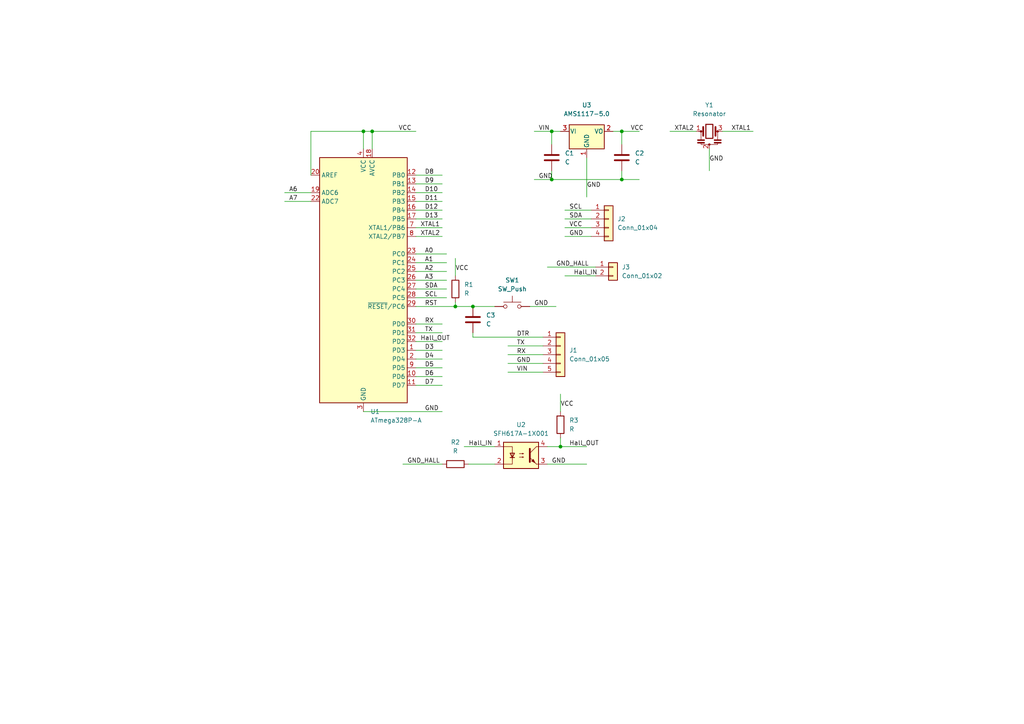
<source format=kicad_sch>
(kicad_sch (version 20211123) (generator eeschema)

  (uuid 13266e44-53a5-4938-9001-6f42cdbada64)

  (paper "A4")

  (lib_symbols
    (symbol "Connector_Generic:Conn_01x02" (pin_names (offset 1.016) hide) (in_bom yes) (on_board yes)
      (property "Reference" "J" (id 0) (at 0 2.54 0)
        (effects (font (size 1.27 1.27)))
      )
      (property "Value" "Conn_01x02" (id 1) (at 0 -5.08 0)
        (effects (font (size 1.27 1.27)))
      )
      (property "Footprint" "" (id 2) (at 0 0 0)
        (effects (font (size 1.27 1.27)) hide)
      )
      (property "Datasheet" "~" (id 3) (at 0 0 0)
        (effects (font (size 1.27 1.27)) hide)
      )
      (property "ki_keywords" "connector" (id 4) (at 0 0 0)
        (effects (font (size 1.27 1.27)) hide)
      )
      (property "ki_description" "Generic connector, single row, 01x02, script generated (kicad-library-utils/schlib/autogen/connector/)" (id 5) (at 0 0 0)
        (effects (font (size 1.27 1.27)) hide)
      )
      (property "ki_fp_filters" "Connector*:*_1x??_*" (id 6) (at 0 0 0)
        (effects (font (size 1.27 1.27)) hide)
      )
      (symbol "Conn_01x02_1_1"
        (rectangle (start -1.27 -2.413) (end 0 -2.667)
          (stroke (width 0.1524) (type default) (color 0 0 0 0))
          (fill (type none))
        )
        (rectangle (start -1.27 0.127) (end 0 -0.127)
          (stroke (width 0.1524) (type default) (color 0 0 0 0))
          (fill (type none))
        )
        (rectangle (start -1.27 1.27) (end 1.27 -3.81)
          (stroke (width 0.254) (type default) (color 0 0 0 0))
          (fill (type background))
        )
        (pin passive line (at -5.08 0 0) (length 3.81)
          (name "Pin_1" (effects (font (size 1.27 1.27))))
          (number "1" (effects (font (size 1.27 1.27))))
        )
        (pin passive line (at -5.08 -2.54 0) (length 3.81)
          (name "Pin_2" (effects (font (size 1.27 1.27))))
          (number "2" (effects (font (size 1.27 1.27))))
        )
      )
    )
    (symbol "Connector_Generic:Conn_01x04" (pin_names (offset 1.016) hide) (in_bom yes) (on_board yes)
      (property "Reference" "J" (id 0) (at 0 5.08 0)
        (effects (font (size 1.27 1.27)))
      )
      (property "Value" "Conn_01x04" (id 1) (at 0 -7.62 0)
        (effects (font (size 1.27 1.27)))
      )
      (property "Footprint" "" (id 2) (at 0 0 0)
        (effects (font (size 1.27 1.27)) hide)
      )
      (property "Datasheet" "~" (id 3) (at 0 0 0)
        (effects (font (size 1.27 1.27)) hide)
      )
      (property "ki_keywords" "connector" (id 4) (at 0 0 0)
        (effects (font (size 1.27 1.27)) hide)
      )
      (property "ki_description" "Generic connector, single row, 01x04, script generated (kicad-library-utils/schlib/autogen/connector/)" (id 5) (at 0 0 0)
        (effects (font (size 1.27 1.27)) hide)
      )
      (property "ki_fp_filters" "Connector*:*_1x??_*" (id 6) (at 0 0 0)
        (effects (font (size 1.27 1.27)) hide)
      )
      (symbol "Conn_01x04_1_1"
        (rectangle (start -1.27 -4.953) (end 0 -5.207)
          (stroke (width 0.1524) (type default) (color 0 0 0 0))
          (fill (type none))
        )
        (rectangle (start -1.27 -2.413) (end 0 -2.667)
          (stroke (width 0.1524) (type default) (color 0 0 0 0))
          (fill (type none))
        )
        (rectangle (start -1.27 0.127) (end 0 -0.127)
          (stroke (width 0.1524) (type default) (color 0 0 0 0))
          (fill (type none))
        )
        (rectangle (start -1.27 2.667) (end 0 2.413)
          (stroke (width 0.1524) (type default) (color 0 0 0 0))
          (fill (type none))
        )
        (rectangle (start -1.27 3.81) (end 1.27 -6.35)
          (stroke (width 0.254) (type default) (color 0 0 0 0))
          (fill (type background))
        )
        (pin passive line (at -5.08 2.54 0) (length 3.81)
          (name "Pin_1" (effects (font (size 1.27 1.27))))
          (number "1" (effects (font (size 1.27 1.27))))
        )
        (pin passive line (at -5.08 0 0) (length 3.81)
          (name "Pin_2" (effects (font (size 1.27 1.27))))
          (number "2" (effects (font (size 1.27 1.27))))
        )
        (pin passive line (at -5.08 -2.54 0) (length 3.81)
          (name "Pin_3" (effects (font (size 1.27 1.27))))
          (number "3" (effects (font (size 1.27 1.27))))
        )
        (pin passive line (at -5.08 -5.08 0) (length 3.81)
          (name "Pin_4" (effects (font (size 1.27 1.27))))
          (number "4" (effects (font (size 1.27 1.27))))
        )
      )
    )
    (symbol "Connector_Generic:Conn_01x05" (pin_names (offset 1.016) hide) (in_bom yes) (on_board yes)
      (property "Reference" "J" (id 0) (at 0 7.62 0)
        (effects (font (size 1.27 1.27)))
      )
      (property "Value" "Conn_01x05" (id 1) (at 0 -7.62 0)
        (effects (font (size 1.27 1.27)))
      )
      (property "Footprint" "" (id 2) (at 0 0 0)
        (effects (font (size 1.27 1.27)) hide)
      )
      (property "Datasheet" "~" (id 3) (at 0 0 0)
        (effects (font (size 1.27 1.27)) hide)
      )
      (property "ki_keywords" "connector" (id 4) (at 0 0 0)
        (effects (font (size 1.27 1.27)) hide)
      )
      (property "ki_description" "Generic connector, single row, 01x05, script generated (kicad-library-utils/schlib/autogen/connector/)" (id 5) (at 0 0 0)
        (effects (font (size 1.27 1.27)) hide)
      )
      (property "ki_fp_filters" "Connector*:*_1x??_*" (id 6) (at 0 0 0)
        (effects (font (size 1.27 1.27)) hide)
      )
      (symbol "Conn_01x05_1_1"
        (rectangle (start -1.27 -4.953) (end 0 -5.207)
          (stroke (width 0.1524) (type default) (color 0 0 0 0))
          (fill (type none))
        )
        (rectangle (start -1.27 -2.413) (end 0 -2.667)
          (stroke (width 0.1524) (type default) (color 0 0 0 0))
          (fill (type none))
        )
        (rectangle (start -1.27 0.127) (end 0 -0.127)
          (stroke (width 0.1524) (type default) (color 0 0 0 0))
          (fill (type none))
        )
        (rectangle (start -1.27 2.667) (end 0 2.413)
          (stroke (width 0.1524) (type default) (color 0 0 0 0))
          (fill (type none))
        )
        (rectangle (start -1.27 5.207) (end 0 4.953)
          (stroke (width 0.1524) (type default) (color 0 0 0 0))
          (fill (type none))
        )
        (rectangle (start -1.27 6.35) (end 1.27 -6.35)
          (stroke (width 0.254) (type default) (color 0 0 0 0))
          (fill (type background))
        )
        (pin passive line (at -5.08 5.08 0) (length 3.81)
          (name "Pin_1" (effects (font (size 1.27 1.27))))
          (number "1" (effects (font (size 1.27 1.27))))
        )
        (pin passive line (at -5.08 2.54 0) (length 3.81)
          (name "Pin_2" (effects (font (size 1.27 1.27))))
          (number "2" (effects (font (size 1.27 1.27))))
        )
        (pin passive line (at -5.08 0 0) (length 3.81)
          (name "Pin_3" (effects (font (size 1.27 1.27))))
          (number "3" (effects (font (size 1.27 1.27))))
        )
        (pin passive line (at -5.08 -2.54 0) (length 3.81)
          (name "Pin_4" (effects (font (size 1.27 1.27))))
          (number "4" (effects (font (size 1.27 1.27))))
        )
        (pin passive line (at -5.08 -5.08 0) (length 3.81)
          (name "Pin_5" (effects (font (size 1.27 1.27))))
          (number "5" (effects (font (size 1.27 1.27))))
        )
      )
    )
    (symbol "Device:C" (pin_numbers hide) (pin_names (offset 0.254)) (in_bom yes) (on_board yes)
      (property "Reference" "C" (id 0) (at 0.635 2.54 0)
        (effects (font (size 1.27 1.27)) (justify left))
      )
      (property "Value" "C" (id 1) (at 0.635 -2.54 0)
        (effects (font (size 1.27 1.27)) (justify left))
      )
      (property "Footprint" "" (id 2) (at 0.9652 -3.81 0)
        (effects (font (size 1.27 1.27)) hide)
      )
      (property "Datasheet" "~" (id 3) (at 0 0 0)
        (effects (font (size 1.27 1.27)) hide)
      )
      (property "ki_keywords" "cap capacitor" (id 4) (at 0 0 0)
        (effects (font (size 1.27 1.27)) hide)
      )
      (property "ki_description" "Unpolarized capacitor" (id 5) (at 0 0 0)
        (effects (font (size 1.27 1.27)) hide)
      )
      (property "ki_fp_filters" "C_*" (id 6) (at 0 0 0)
        (effects (font (size 1.27 1.27)) hide)
      )
      (symbol "C_0_1"
        (polyline
          (pts
            (xy -2.032 -0.762)
            (xy 2.032 -0.762)
          )
          (stroke (width 0.508) (type default) (color 0 0 0 0))
          (fill (type none))
        )
        (polyline
          (pts
            (xy -2.032 0.762)
            (xy 2.032 0.762)
          )
          (stroke (width 0.508) (type default) (color 0 0 0 0))
          (fill (type none))
        )
      )
      (symbol "C_1_1"
        (pin passive line (at 0 3.81 270) (length 2.794)
          (name "~" (effects (font (size 1.27 1.27))))
          (number "1" (effects (font (size 1.27 1.27))))
        )
        (pin passive line (at 0 -3.81 90) (length 2.794)
          (name "~" (effects (font (size 1.27 1.27))))
          (number "2" (effects (font (size 1.27 1.27))))
        )
      )
    )
    (symbol "Device:R" (pin_numbers hide) (pin_names (offset 0)) (in_bom yes) (on_board yes)
      (property "Reference" "R" (id 0) (at 2.032 0 90)
        (effects (font (size 1.27 1.27)))
      )
      (property "Value" "R" (id 1) (at 0 0 90)
        (effects (font (size 1.27 1.27)))
      )
      (property "Footprint" "" (id 2) (at -1.778 0 90)
        (effects (font (size 1.27 1.27)) hide)
      )
      (property "Datasheet" "~" (id 3) (at 0 0 0)
        (effects (font (size 1.27 1.27)) hide)
      )
      (property "ki_keywords" "R res resistor" (id 4) (at 0 0 0)
        (effects (font (size 1.27 1.27)) hide)
      )
      (property "ki_description" "Resistor" (id 5) (at 0 0 0)
        (effects (font (size 1.27 1.27)) hide)
      )
      (property "ki_fp_filters" "R_*" (id 6) (at 0 0 0)
        (effects (font (size 1.27 1.27)) hide)
      )
      (symbol "R_0_1"
        (rectangle (start -1.016 -2.54) (end 1.016 2.54)
          (stroke (width 0.254) (type default) (color 0 0 0 0))
          (fill (type none))
        )
      )
      (symbol "R_1_1"
        (pin passive line (at 0 3.81 270) (length 1.27)
          (name "~" (effects (font (size 1.27 1.27))))
          (number "1" (effects (font (size 1.27 1.27))))
        )
        (pin passive line (at 0 -3.81 90) (length 1.27)
          (name "~" (effects (font (size 1.27 1.27))))
          (number "2" (effects (font (size 1.27 1.27))))
        )
      )
    )
    (symbol "Device:Resonator" (pin_names (offset 1.016) hide) (in_bom yes) (on_board yes)
      (property "Reference" "Y" (id 0) (at 0 5.715 0)
        (effects (font (size 1.27 1.27)))
      )
      (property "Value" "Resonator" (id 1) (at 0 3.81 0)
        (effects (font (size 1.27 1.27)))
      )
      (property "Footprint" "" (id 2) (at -0.635 0 0)
        (effects (font (size 1.27 1.27)) hide)
      )
      (property "Datasheet" "~" (id 3) (at -0.635 0 0)
        (effects (font (size 1.27 1.27)) hide)
      )
      (property "ki_keywords" "ceramic resonator" (id 4) (at 0 0 0)
        (effects (font (size 1.27 1.27)) hide)
      )
      (property "ki_description" "Three pin ceramic resonator" (id 5) (at 0 0 0)
        (effects (font (size 1.27 1.27)) hide)
      )
      (property "ki_fp_filters" "Filter* Resonator*" (id 6) (at 0 0 0)
        (effects (font (size 1.27 1.27)) hide)
      )
      (symbol "Resonator_0_1"
        (rectangle (start -3.429 -3.175) (end -1.397 -3.429)
          (stroke (width 0) (type default) (color 0 0 0 0))
          (fill (type outline))
        )
        (rectangle (start -3.429 -2.413) (end -1.397 -2.667)
          (stroke (width 0) (type default) (color 0 0 0 0))
          (fill (type outline))
        )
        (circle (center -2.413 0) (radius 0.254)
          (stroke (width 0) (type default) (color 0 0 0 0))
          (fill (type outline))
        )
        (rectangle (start -1.016 2.032) (end 1.016 -2.032)
          (stroke (width 0.3048) (type default) (color 0 0 0 0))
          (fill (type none))
        )
        (circle (center 0 -3.81) (radius 0.254)
          (stroke (width 0) (type default) (color 0 0 0 0))
          (fill (type outline))
        )
        (polyline
          (pts
            (xy -2.413 -2.413)
            (xy -2.413 0)
          )
          (stroke (width 0) (type default) (color 0 0 0 0))
          (fill (type none))
        )
        (polyline
          (pts
            (xy -1.905 0)
            (xy -3.175 0)
          )
          (stroke (width 0) (type default) (color 0 0 0 0))
          (fill (type none))
        )
        (polyline
          (pts
            (xy -1.778 -1.27)
            (xy -1.778 1.27)
          )
          (stroke (width 0.508) (type default) (color 0 0 0 0))
          (fill (type none))
        )
        (polyline
          (pts
            (xy 1.778 -1.27)
            (xy 1.778 1.27)
          )
          (stroke (width 0.508) (type default) (color 0 0 0 0))
          (fill (type none))
        )
        (polyline
          (pts
            (xy 1.905 0)
            (xy 2.54 0)
          )
          (stroke (width 0) (type default) (color 0 0 0 0))
          (fill (type none))
        )
        (polyline
          (pts
            (xy 2.413 0)
            (xy 2.413 -2.54)
          )
          (stroke (width 0) (type default) (color 0 0 0 0))
          (fill (type none))
        )
        (polyline
          (pts
            (xy 2.413 -3.302)
            (xy 2.413 -3.81)
            (xy -2.413 -3.81)
            (xy -2.413 -3.302)
          )
          (stroke (width 0) (type default) (color 0 0 0 0))
          (fill (type none))
        )
        (rectangle (start 1.397 -3.175) (end 3.429 -3.429)
          (stroke (width 0) (type default) (color 0 0 0 0))
          (fill (type outline))
        )
        (rectangle (start 1.397 -2.413) (end 3.429 -2.667)
          (stroke (width 0) (type default) (color 0 0 0 0))
          (fill (type outline))
        )
        (circle (center 2.413 0) (radius 0.254)
          (stroke (width 0) (type default) (color 0 0 0 0))
          (fill (type outline))
        )
      )
      (symbol "Resonator_1_1"
        (pin passive line (at -3.81 0 0) (length 1.27)
          (name "1" (effects (font (size 1.27 1.27))))
          (number "1" (effects (font (size 1.27 1.27))))
        )
        (pin passive line (at 0 -5.08 90) (length 1.27)
          (name "2" (effects (font (size 1.27 1.27))))
          (number "2" (effects (font (size 1.27 1.27))))
        )
        (pin passive line (at 3.81 0 180) (length 1.27)
          (name "3" (effects (font (size 1.27 1.27))))
          (number "3" (effects (font (size 1.27 1.27))))
        )
      )
    )
    (symbol "Isolator:SFH617A-1X001" (pin_names (offset 1.016)) (in_bom yes) (on_board yes)
      (property "Reference" "U" (id 0) (at -5.08 5.08 0)
        (effects (font (size 1.27 1.27)) (justify left))
      )
      (property "Value" "SFH617A-1X001" (id 1) (at 0 5.08 0)
        (effects (font (size 1.27 1.27)) (justify left))
      )
      (property "Footprint" "Package_DIP:DIP-4_W7.62mm" (id 2) (at -5.08 -5.08 0)
        (effects (font (size 1.27 1.27) italic) (justify left) hide)
      )
      (property "Datasheet" "http://www.vishay.com/docs/83740/sfh617a.pdf" (id 3) (at 0 0 0)
        (effects (font (size 1.27 1.27)) (justify left) hide)
      )
      (property "ki_keywords" "Optocoupler, Phototransistor Output, 5300 VRMS, VCEO 70V, CTR% 40-80" (id 4) (at 0 0 0)
        (effects (font (size 1.27 1.27)) hide)
      )
      (property "ki_description" "Optocoupler, Phototransistor Output, 5300 VRMS, VCEO 70V, CTR% 40-80, -55 to +110 degree Celsius, VDE, UL, BSI, FIMKO, cUL, THT PDIP-4" (id 5) (at 0 0 0)
        (effects (font (size 1.27 1.27)) hide)
      )
      (property "ki_fp_filters" "DIP*W7.62mm*" (id 6) (at 0 0 0)
        (effects (font (size 1.27 1.27)) hide)
      )
      (symbol "SFH617A-1X001_0_1"
        (rectangle (start -5.08 3.81) (end 5.08 -3.81)
          (stroke (width 0.254) (type default) (color 0 0 0 0))
          (fill (type background))
        )
        (polyline
          (pts
            (xy -3.175 -0.635)
            (xy -1.905 -0.635)
          )
          (stroke (width 0.254) (type default) (color 0 0 0 0))
          (fill (type none))
        )
        (polyline
          (pts
            (xy 2.54 0.635)
            (xy 4.445 2.54)
          )
          (stroke (width 0) (type default) (color 0 0 0 0))
          (fill (type none))
        )
        (polyline
          (pts
            (xy 4.445 -2.54)
            (xy 2.54 -0.635)
          )
          (stroke (width 0) (type default) (color 0 0 0 0))
          (fill (type outline))
        )
        (polyline
          (pts
            (xy 4.445 -2.54)
            (xy 5.08 -2.54)
          )
          (stroke (width 0) (type default) (color 0 0 0 0))
          (fill (type none))
        )
        (polyline
          (pts
            (xy 4.445 2.54)
            (xy 5.08 2.54)
          )
          (stroke (width 0) (type default) (color 0 0 0 0))
          (fill (type none))
        )
        (polyline
          (pts
            (xy -2.54 -0.635)
            (xy -2.54 -2.54)
            (xy -5.08 -2.54)
          )
          (stroke (width 0) (type default) (color 0 0 0 0))
          (fill (type none))
        )
        (polyline
          (pts
            (xy 2.54 1.905)
            (xy 2.54 -1.905)
            (xy 2.54 -1.905)
          )
          (stroke (width 0.508) (type default) (color 0 0 0 0))
          (fill (type none))
        )
        (polyline
          (pts
            (xy -5.08 2.54)
            (xy -2.54 2.54)
            (xy -2.54 -1.27)
            (xy -2.54 0.635)
          )
          (stroke (width 0) (type default) (color 0 0 0 0))
          (fill (type none))
        )
        (polyline
          (pts
            (xy -2.54 -0.635)
            (xy -3.175 0.635)
            (xy -1.905 0.635)
            (xy -2.54 -0.635)
          )
          (stroke (width 0.254) (type default) (color 0 0 0 0))
          (fill (type none))
        )
        (polyline
          (pts
            (xy -0.508 -0.508)
            (xy 0.762 -0.508)
            (xy 0.381 -0.635)
            (xy 0.381 -0.381)
            (xy 0.762 -0.508)
          )
          (stroke (width 0) (type default) (color 0 0 0 0))
          (fill (type none))
        )
        (polyline
          (pts
            (xy -0.508 0.508)
            (xy 0.762 0.508)
            (xy 0.381 0.381)
            (xy 0.381 0.635)
            (xy 0.762 0.508)
          )
          (stroke (width 0) (type default) (color 0 0 0 0))
          (fill (type none))
        )
        (polyline
          (pts
            (xy 3.048 -1.651)
            (xy 3.556 -1.143)
            (xy 4.064 -2.159)
            (xy 3.048 -1.651)
            (xy 3.048 -1.651)
          )
          (stroke (width 0) (type default) (color 0 0 0 0))
          (fill (type outline))
        )
      )
      (symbol "SFH617A-1X001_1_1"
        (pin passive line (at -7.62 2.54 0) (length 2.54)
          (name "~" (effects (font (size 1.27 1.27))))
          (number "1" (effects (font (size 1.27 1.27))))
        )
        (pin passive line (at -7.62 -2.54 0) (length 2.54)
          (name "~" (effects (font (size 1.27 1.27))))
          (number "2" (effects (font (size 1.27 1.27))))
        )
        (pin passive line (at 7.62 -2.54 180) (length 2.54)
          (name "~" (effects (font (size 1.27 1.27))))
          (number "3" (effects (font (size 1.27 1.27))))
        )
        (pin passive line (at 7.62 2.54 180) (length 2.54)
          (name "~" (effects (font (size 1.27 1.27))))
          (number "4" (effects (font (size 1.27 1.27))))
        )
      )
    )
    (symbol "MCU_Microchip_ATmega:ATmega328P-A" (in_bom yes) (on_board yes)
      (property "Reference" "U" (id 0) (at -12.7 36.83 0)
        (effects (font (size 1.27 1.27)) (justify left bottom))
      )
      (property "Value" "ATmega328P-A" (id 1) (at 2.54 -36.83 0)
        (effects (font (size 1.27 1.27)) (justify left top))
      )
      (property "Footprint" "Package_QFP:TQFP-32_7x7mm_P0.8mm" (id 2) (at 0 0 0)
        (effects (font (size 1.27 1.27) italic) hide)
      )
      (property "Datasheet" "http://ww1.microchip.com/downloads/en/DeviceDoc/ATmega328_P%20AVR%20MCU%20with%20picoPower%20Technology%20Data%20Sheet%2040001984A.pdf" (id 3) (at 0 0 0)
        (effects (font (size 1.27 1.27)) hide)
      )
      (property "ki_keywords" "AVR 8bit Microcontroller MegaAVR PicoPower" (id 4) (at 0 0 0)
        (effects (font (size 1.27 1.27)) hide)
      )
      (property "ki_description" "20MHz, 32kB Flash, 2kB SRAM, 1kB EEPROM, TQFP-32" (id 5) (at 0 0 0)
        (effects (font (size 1.27 1.27)) hide)
      )
      (property "ki_fp_filters" "TQFP*7x7mm*P0.8mm*" (id 6) (at 0 0 0)
        (effects (font (size 1.27 1.27)) hide)
      )
      (symbol "ATmega328P-A_0_1"
        (rectangle (start -12.7 -35.56) (end 12.7 35.56)
          (stroke (width 0.254) (type default) (color 0 0 0 0))
          (fill (type background))
        )
      )
      (symbol "ATmega328P-A_1_1"
        (pin bidirectional line (at 15.24 -20.32 180) (length 2.54)
          (name "PD3" (effects (font (size 1.27 1.27))))
          (number "1" (effects (font (size 1.27 1.27))))
        )
        (pin bidirectional line (at 15.24 -27.94 180) (length 2.54)
          (name "PD6" (effects (font (size 1.27 1.27))))
          (number "10" (effects (font (size 1.27 1.27))))
        )
        (pin bidirectional line (at 15.24 -30.48 180) (length 2.54)
          (name "PD7" (effects (font (size 1.27 1.27))))
          (number "11" (effects (font (size 1.27 1.27))))
        )
        (pin bidirectional line (at 15.24 30.48 180) (length 2.54)
          (name "PB0" (effects (font (size 1.27 1.27))))
          (number "12" (effects (font (size 1.27 1.27))))
        )
        (pin bidirectional line (at 15.24 27.94 180) (length 2.54)
          (name "PB1" (effects (font (size 1.27 1.27))))
          (number "13" (effects (font (size 1.27 1.27))))
        )
        (pin bidirectional line (at 15.24 25.4 180) (length 2.54)
          (name "PB2" (effects (font (size 1.27 1.27))))
          (number "14" (effects (font (size 1.27 1.27))))
        )
        (pin bidirectional line (at 15.24 22.86 180) (length 2.54)
          (name "PB3" (effects (font (size 1.27 1.27))))
          (number "15" (effects (font (size 1.27 1.27))))
        )
        (pin bidirectional line (at 15.24 20.32 180) (length 2.54)
          (name "PB4" (effects (font (size 1.27 1.27))))
          (number "16" (effects (font (size 1.27 1.27))))
        )
        (pin bidirectional line (at 15.24 17.78 180) (length 2.54)
          (name "PB5" (effects (font (size 1.27 1.27))))
          (number "17" (effects (font (size 1.27 1.27))))
        )
        (pin power_in line (at 2.54 38.1 270) (length 2.54)
          (name "AVCC" (effects (font (size 1.27 1.27))))
          (number "18" (effects (font (size 1.27 1.27))))
        )
        (pin input line (at -15.24 25.4 0) (length 2.54)
          (name "ADC6" (effects (font (size 1.27 1.27))))
          (number "19" (effects (font (size 1.27 1.27))))
        )
        (pin bidirectional line (at 15.24 -22.86 180) (length 2.54)
          (name "PD4" (effects (font (size 1.27 1.27))))
          (number "2" (effects (font (size 1.27 1.27))))
        )
        (pin passive line (at -15.24 30.48 0) (length 2.54)
          (name "AREF" (effects (font (size 1.27 1.27))))
          (number "20" (effects (font (size 1.27 1.27))))
        )
        (pin passive line (at 0 -38.1 90) (length 2.54) hide
          (name "GND" (effects (font (size 1.27 1.27))))
          (number "21" (effects (font (size 1.27 1.27))))
        )
        (pin input line (at -15.24 22.86 0) (length 2.54)
          (name "ADC7" (effects (font (size 1.27 1.27))))
          (number "22" (effects (font (size 1.27 1.27))))
        )
        (pin bidirectional line (at 15.24 7.62 180) (length 2.54)
          (name "PC0" (effects (font (size 1.27 1.27))))
          (number "23" (effects (font (size 1.27 1.27))))
        )
        (pin bidirectional line (at 15.24 5.08 180) (length 2.54)
          (name "PC1" (effects (font (size 1.27 1.27))))
          (number "24" (effects (font (size 1.27 1.27))))
        )
        (pin bidirectional line (at 15.24 2.54 180) (length 2.54)
          (name "PC2" (effects (font (size 1.27 1.27))))
          (number "25" (effects (font (size 1.27 1.27))))
        )
        (pin bidirectional line (at 15.24 0 180) (length 2.54)
          (name "PC3" (effects (font (size 1.27 1.27))))
          (number "26" (effects (font (size 1.27 1.27))))
        )
        (pin bidirectional line (at 15.24 -2.54 180) (length 2.54)
          (name "PC4" (effects (font (size 1.27 1.27))))
          (number "27" (effects (font (size 1.27 1.27))))
        )
        (pin bidirectional line (at 15.24 -5.08 180) (length 2.54)
          (name "PC5" (effects (font (size 1.27 1.27))))
          (number "28" (effects (font (size 1.27 1.27))))
        )
        (pin bidirectional line (at 15.24 -7.62 180) (length 2.54)
          (name "~{RESET}/PC6" (effects (font (size 1.27 1.27))))
          (number "29" (effects (font (size 1.27 1.27))))
        )
        (pin power_in line (at 0 -38.1 90) (length 2.54)
          (name "GND" (effects (font (size 1.27 1.27))))
          (number "3" (effects (font (size 1.27 1.27))))
        )
        (pin bidirectional line (at 15.24 -12.7 180) (length 2.54)
          (name "PD0" (effects (font (size 1.27 1.27))))
          (number "30" (effects (font (size 1.27 1.27))))
        )
        (pin bidirectional line (at 15.24 -15.24 180) (length 2.54)
          (name "PD1" (effects (font (size 1.27 1.27))))
          (number "31" (effects (font (size 1.27 1.27))))
        )
        (pin bidirectional line (at 15.24 -17.78 180) (length 2.54)
          (name "PD2" (effects (font (size 1.27 1.27))))
          (number "32" (effects (font (size 1.27 1.27))))
        )
        (pin power_in line (at 0 38.1 270) (length 2.54)
          (name "VCC" (effects (font (size 1.27 1.27))))
          (number "4" (effects (font (size 1.27 1.27))))
        )
        (pin passive line (at 0 -38.1 90) (length 2.54) hide
          (name "GND" (effects (font (size 1.27 1.27))))
          (number "5" (effects (font (size 1.27 1.27))))
        )
        (pin passive line (at 0 38.1 270) (length 2.54) hide
          (name "VCC" (effects (font (size 1.27 1.27))))
          (number "6" (effects (font (size 1.27 1.27))))
        )
        (pin bidirectional line (at 15.24 15.24 180) (length 2.54)
          (name "XTAL1/PB6" (effects (font (size 1.27 1.27))))
          (number "7" (effects (font (size 1.27 1.27))))
        )
        (pin bidirectional line (at 15.24 12.7 180) (length 2.54)
          (name "XTAL2/PB7" (effects (font (size 1.27 1.27))))
          (number "8" (effects (font (size 1.27 1.27))))
        )
        (pin bidirectional line (at 15.24 -25.4 180) (length 2.54)
          (name "PD5" (effects (font (size 1.27 1.27))))
          (number "9" (effects (font (size 1.27 1.27))))
        )
      )
    )
    (symbol "Regulator_Linear:AMS1117-5.0" (pin_names (offset 0.254)) (in_bom yes) (on_board yes)
      (property "Reference" "U" (id 0) (at -3.81 3.175 0)
        (effects (font (size 1.27 1.27)))
      )
      (property "Value" "AMS1117-5.0" (id 1) (at 0 3.175 0)
        (effects (font (size 1.27 1.27)) (justify left))
      )
      (property "Footprint" "Package_TO_SOT_SMD:SOT-223-3_TabPin2" (id 2) (at 0 5.08 0)
        (effects (font (size 1.27 1.27)) hide)
      )
      (property "Datasheet" "http://www.advanced-monolithic.com/pdf/ds1117.pdf" (id 3) (at 2.54 -6.35 0)
        (effects (font (size 1.27 1.27)) hide)
      )
      (property "ki_keywords" "linear regulator ldo fixed positive" (id 4) (at 0 0 0)
        (effects (font (size 1.27 1.27)) hide)
      )
      (property "ki_description" "1A Low Dropout regulator, positive, 5.0V fixed output, SOT-223" (id 5) (at 0 0 0)
        (effects (font (size 1.27 1.27)) hide)
      )
      (property "ki_fp_filters" "SOT?223*TabPin2*" (id 6) (at 0 0 0)
        (effects (font (size 1.27 1.27)) hide)
      )
      (symbol "AMS1117-5.0_0_1"
        (rectangle (start -5.08 -5.08) (end 5.08 1.905)
          (stroke (width 0.254) (type default) (color 0 0 0 0))
          (fill (type background))
        )
      )
      (symbol "AMS1117-5.0_1_1"
        (pin power_in line (at 0 -7.62 90) (length 2.54)
          (name "GND" (effects (font (size 1.27 1.27))))
          (number "1" (effects (font (size 1.27 1.27))))
        )
        (pin power_out line (at 7.62 0 180) (length 2.54)
          (name "VO" (effects (font (size 1.27 1.27))))
          (number "2" (effects (font (size 1.27 1.27))))
        )
        (pin power_in line (at -7.62 0 0) (length 2.54)
          (name "VI" (effects (font (size 1.27 1.27))))
          (number "3" (effects (font (size 1.27 1.27))))
        )
      )
    )
    (symbol "Switch:SW_Push" (pin_numbers hide) (pin_names (offset 1.016) hide) (in_bom yes) (on_board yes)
      (property "Reference" "SW" (id 0) (at 1.27 2.54 0)
        (effects (font (size 1.27 1.27)) (justify left))
      )
      (property "Value" "SW_Push" (id 1) (at 0 -1.524 0)
        (effects (font (size 1.27 1.27)))
      )
      (property "Footprint" "" (id 2) (at 0 5.08 0)
        (effects (font (size 1.27 1.27)) hide)
      )
      (property "Datasheet" "~" (id 3) (at 0 5.08 0)
        (effects (font (size 1.27 1.27)) hide)
      )
      (property "ki_keywords" "switch normally-open pushbutton push-button" (id 4) (at 0 0 0)
        (effects (font (size 1.27 1.27)) hide)
      )
      (property "ki_description" "Push button switch, generic, two pins" (id 5) (at 0 0 0)
        (effects (font (size 1.27 1.27)) hide)
      )
      (symbol "SW_Push_0_1"
        (circle (center -2.032 0) (radius 0.508)
          (stroke (width 0) (type default) (color 0 0 0 0))
          (fill (type none))
        )
        (polyline
          (pts
            (xy 0 1.27)
            (xy 0 3.048)
          )
          (stroke (width 0) (type default) (color 0 0 0 0))
          (fill (type none))
        )
        (polyline
          (pts
            (xy 2.54 1.27)
            (xy -2.54 1.27)
          )
          (stroke (width 0) (type default) (color 0 0 0 0))
          (fill (type none))
        )
        (circle (center 2.032 0) (radius 0.508)
          (stroke (width 0) (type default) (color 0 0 0 0))
          (fill (type none))
        )
        (pin passive line (at -5.08 0 0) (length 2.54)
          (name "1" (effects (font (size 1.27 1.27))))
          (number "1" (effects (font (size 1.27 1.27))))
        )
        (pin passive line (at 5.08 0 180) (length 2.54)
          (name "2" (effects (font (size 1.27 1.27))))
          (number "2" (effects (font (size 1.27 1.27))))
        )
      )
    )
  )

  (junction (at 162.56 129.54) (diameter 0) (color 0 0 0 0)
    (uuid 22e32ac3-7153-40f9-b8f2-0815c049861f)
  )
  (junction (at 160.02 52.07) (diameter 0) (color 0 0 0 0)
    (uuid 258e9041-8fa5-4cd8-b9d6-698264e9dc3b)
  )
  (junction (at 160.02 38.1) (diameter 0) (color 0 0 0 0)
    (uuid 3a8b99dd-59dd-44eb-abb7-be335cec93c1)
  )
  (junction (at 137.16 88.9) (diameter 0) (color 0 0 0 0)
    (uuid 5fb1bc25-2956-4310-88ee-d98babd36f05)
  )
  (junction (at 105.41 38.1) (diameter 0) (color 0 0 0 0)
    (uuid 8f188976-cee8-4cda-b5be-a188a878e73f)
  )
  (junction (at 132.08 88.9) (diameter 0) (color 0 0 0 0)
    (uuid 8f262a4e-3873-4d90-b9ed-3a83cfd97bd7)
  )
  (junction (at 180.34 52.07) (diameter 0) (color 0 0 0 0)
    (uuid af0ea275-eeb5-4262-afb1-bb43cc611f7f)
  )
  (junction (at 180.34 38.1) (diameter 0) (color 0 0 0 0)
    (uuid b5ad403a-b3f7-4ce3-8819-67cef628702d)
  )
  (junction (at 107.95 38.1) (diameter 0) (color 0 0 0 0)
    (uuid c94ded43-e647-4990-8ce8-ddec8e389065)
  )

  (wire (pts (xy 120.65 101.6) (xy 128.27 101.6))
    (stroke (width 0) (type default) (color 0 0 0 0))
    (uuid 02dde8d6-0bb0-4fb5-b29b-08f0c946aac7)
  )
  (wire (pts (xy 120.65 88.9) (xy 132.08 88.9))
    (stroke (width 0) (type default) (color 0 0 0 0))
    (uuid 038b983d-261d-40b1-9318-59b25bf6fd22)
  )
  (wire (pts (xy 158.75 77.47) (xy 172.72 77.47))
    (stroke (width 0) (type default) (color 0 0 0 0))
    (uuid 0d024889-23ec-491e-be27-202300a26772)
  )
  (wire (pts (xy 120.65 66.04) (xy 128.27 66.04))
    (stroke (width 0) (type default) (color 0 0 0 0))
    (uuid 11d1ecc9-c32c-4543-a614-94353d6d3ba4)
  )
  (wire (pts (xy 107.95 38.1) (xy 120.65 38.1))
    (stroke (width 0) (type default) (color 0 0 0 0))
    (uuid 150c65f6-9475-4dca-80e3-4ca7887b7906)
  )
  (wire (pts (xy 120.65 111.76) (xy 128.27 111.76))
    (stroke (width 0) (type default) (color 0 0 0 0))
    (uuid 1ef6abe1-355c-46d0-9132-880b406e4282)
  )
  (wire (pts (xy 120.65 55.88) (xy 128.27 55.88))
    (stroke (width 0) (type default) (color 0 0 0 0))
    (uuid 20e9493c-5b3c-410c-8629-0451f5e2d5c2)
  )
  (wire (pts (xy 120.65 53.34) (xy 128.27 53.34))
    (stroke (width 0) (type default) (color 0 0 0 0))
    (uuid 27cb2232-2929-4193-b0fb-70983587c146)
  )
  (wire (pts (xy 147.32 102.87) (xy 157.48 102.87))
    (stroke (width 0) (type default) (color 0 0 0 0))
    (uuid 286af812-4fff-448b-afe2-02d7a371397a)
  )
  (wire (pts (xy 163.83 66.04) (xy 171.45 66.04))
    (stroke (width 0) (type default) (color 0 0 0 0))
    (uuid 2ba629d6-d44a-4fa4-9e75-6a5052734618)
  )
  (wire (pts (xy 105.41 38.1) (xy 105.41 43.18))
    (stroke (width 0) (type default) (color 0 0 0 0))
    (uuid 2dbe86e3-0ccc-4b6f-87cc-c0799b231773)
  )
  (wire (pts (xy 158.75 134.62) (xy 170.18 134.62))
    (stroke (width 0) (type default) (color 0 0 0 0))
    (uuid 2efb2847-7417-427d-a3e6-8d2340561307)
  )
  (wire (pts (xy 157.48 97.79) (xy 137.16 97.79))
    (stroke (width 0) (type default) (color 0 0 0 0))
    (uuid 335c55e8-a10b-498d-bf9e-e28fcda0fa01)
  )
  (wire (pts (xy 177.8 38.1) (xy 180.34 38.1))
    (stroke (width 0) (type default) (color 0 0 0 0))
    (uuid 33fd5577-1629-4d16-98b3-caa0ca3353b8)
  )
  (wire (pts (xy 132.08 88.9) (xy 137.16 88.9))
    (stroke (width 0) (type default) (color 0 0 0 0))
    (uuid 3444db24-b84d-4918-8cab-54e8e0358e8b)
  )
  (wire (pts (xy 153.67 88.9) (xy 161.29 88.9))
    (stroke (width 0) (type default) (color 0 0 0 0))
    (uuid 356da938-c587-4310-97f2-d0ece395451b)
  )
  (wire (pts (xy 120.65 96.52) (xy 128.27 96.52))
    (stroke (width 0) (type default) (color 0 0 0 0))
    (uuid 357ed9e9-2da4-41b8-8297-d46bc5952b2e)
  )
  (wire (pts (xy 120.65 68.58) (xy 128.27 68.58))
    (stroke (width 0) (type default) (color 0 0 0 0))
    (uuid 3a8b87ea-7cf5-44b6-9243-d839b3064586)
  )
  (wire (pts (xy 162.56 114.3) (xy 162.56 119.38))
    (stroke (width 0) (type default) (color 0 0 0 0))
    (uuid 460540b1-5859-4c9a-9488-17992b7dbe2b)
  )
  (wire (pts (xy 132.08 87.63) (xy 132.08 88.9))
    (stroke (width 0) (type default) (color 0 0 0 0))
    (uuid 470683be-1713-4c67-a0dd-6b234af4a381)
  )
  (wire (pts (xy 105.41 38.1) (xy 107.95 38.1))
    (stroke (width 0) (type default) (color 0 0 0 0))
    (uuid 5967e38d-fa2b-4ee2-8b62-4e9f04cb3eeb)
  )
  (wire (pts (xy 120.65 93.98) (xy 128.27 93.98))
    (stroke (width 0) (type default) (color 0 0 0 0))
    (uuid 5b90a7bc-3e05-4f4c-a16f-0cb7992e0ad6)
  )
  (wire (pts (xy 82.55 55.88) (xy 90.17 55.88))
    (stroke (width 0) (type default) (color 0 0 0 0))
    (uuid 5c1c58b1-2a53-4175-89c4-6109195cb687)
  )
  (wire (pts (xy 162.56 127) (xy 162.56 129.54))
    (stroke (width 0) (type default) (color 0 0 0 0))
    (uuid 5e53d361-8f32-4fe3-ba56-0b8818bef533)
  )
  (wire (pts (xy 120.65 81.28) (xy 129.54 81.28))
    (stroke (width 0) (type default) (color 0 0 0 0))
    (uuid 5f5e3566-a121-4c5b-a0a8-b08d45e549e0)
  )
  (wire (pts (xy 120.65 83.82) (xy 129.54 83.82))
    (stroke (width 0) (type default) (color 0 0 0 0))
    (uuid 634b6199-cc17-40cc-b0c4-a92f8f2f262a)
  )
  (wire (pts (xy 120.65 76.2) (xy 129.54 76.2))
    (stroke (width 0) (type default) (color 0 0 0 0))
    (uuid 6a170d4b-abda-4876-8895-56c12b2bb628)
  )
  (wire (pts (xy 171.45 68.58) (xy 163.83 68.58))
    (stroke (width 0) (type default) (color 0 0 0 0))
    (uuid 6b8e202a-b186-4340-97ad-d2bfb2dd64fd)
  )
  (wire (pts (xy 120.65 73.66) (xy 129.54 73.66))
    (stroke (width 0) (type default) (color 0 0 0 0))
    (uuid 6bdc41b9-d2ef-409b-b4f8-43a92f13280e)
  )
  (wire (pts (xy 180.34 52.07) (xy 180.34 49.53))
    (stroke (width 0) (type default) (color 0 0 0 0))
    (uuid 713b0aa2-be82-4798-8359-8f6f4c1e57c7)
  )
  (wire (pts (xy 120.65 63.5) (xy 128.27 63.5))
    (stroke (width 0) (type default) (color 0 0 0 0))
    (uuid 7228cc53-af3f-4bb4-937f-dd66094753c7)
  )
  (wire (pts (xy 120.65 99.06) (xy 128.27 99.06))
    (stroke (width 0) (type default) (color 0 0 0 0))
    (uuid 74d3329c-0539-45b4-a4ae-1bfe1076560e)
  )
  (wire (pts (xy 137.16 97.79) (xy 137.16 96.52))
    (stroke (width 0) (type default) (color 0 0 0 0))
    (uuid 7e04562f-6212-40b7-87cd-33111dff56a8)
  )
  (wire (pts (xy 180.34 38.1) (xy 185.42 38.1))
    (stroke (width 0) (type default) (color 0 0 0 0))
    (uuid 85dc090f-91a9-4217-979c-5b84ff20bc65)
  )
  (wire (pts (xy 120.65 86.36) (xy 129.54 86.36))
    (stroke (width 0) (type default) (color 0 0 0 0))
    (uuid 889651d4-231a-40d8-9d64-853b96fc7933)
  )
  (wire (pts (xy 163.83 60.96) (xy 171.45 60.96))
    (stroke (width 0) (type default) (color 0 0 0 0))
    (uuid 89399e2f-1608-46cf-bc86-5bfce722ba02)
  )
  (wire (pts (xy 120.65 50.8) (xy 128.27 50.8))
    (stroke (width 0) (type default) (color 0 0 0 0))
    (uuid 8ada7737-861d-4435-a217-5277fab36034)
  )
  (wire (pts (xy 107.95 38.1) (xy 107.95 43.18))
    (stroke (width 0) (type default) (color 0 0 0 0))
    (uuid 91209105-57c1-48a8-a968-fcd8357b8fb5)
  )
  (wire (pts (xy 120.65 58.42) (xy 128.27 58.42))
    (stroke (width 0) (type default) (color 0 0 0 0))
    (uuid 956f19e5-0d13-4e89-9ba6-6496cf13ffaa)
  )
  (wire (pts (xy 135.89 134.62) (xy 143.51 134.62))
    (stroke (width 0) (type default) (color 0 0 0 0))
    (uuid 9e568520-2cb3-4c59-bfe8-88f798049aa5)
  )
  (wire (pts (xy 120.65 106.68) (xy 128.27 106.68))
    (stroke (width 0) (type default) (color 0 0 0 0))
    (uuid 9ed388af-37b1-4ef1-af42-8834d4cf971b)
  )
  (wire (pts (xy 137.16 88.9) (xy 143.51 88.9))
    (stroke (width 0) (type default) (color 0 0 0 0))
    (uuid 9f68913e-5bc7-45fa-b1d5-9f96e5ead7c7)
  )
  (wire (pts (xy 158.75 129.54) (xy 162.56 129.54))
    (stroke (width 0) (type default) (color 0 0 0 0))
    (uuid a056da53-e3f2-4b59-b217-fae9cc5d30a9)
  )
  (wire (pts (xy 120.65 109.22) (xy 128.27 109.22))
    (stroke (width 0) (type default) (color 0 0 0 0))
    (uuid a1b74817-9595-4360-ac9a-88559a621169)
  )
  (wire (pts (xy 205.74 43.18) (xy 205.74 49.53))
    (stroke (width 0) (type default) (color 0 0 0 0))
    (uuid a2e6faab-0b71-473c-808a-cf2d36ea0368)
  )
  (wire (pts (xy 147.32 105.41) (xy 157.48 105.41))
    (stroke (width 0) (type default) (color 0 0 0 0))
    (uuid a39837d8-a37a-4e07-b67f-a506a5cc1824)
  )
  (wire (pts (xy 209.55 38.1) (xy 218.44 38.1))
    (stroke (width 0) (type default) (color 0 0 0 0))
    (uuid a7ecbd62-45b1-4b84-a96d-b832d7d60d62)
  )
  (wire (pts (xy 132.08 74.93) (xy 132.08 80.01))
    (stroke (width 0) (type default) (color 0 0 0 0))
    (uuid af34e82c-1a79-4161-bc85-e8be2be8f55b)
  )
  (wire (pts (xy 180.34 52.07) (xy 185.42 52.07))
    (stroke (width 0) (type default) (color 0 0 0 0))
    (uuid b706b084-0d97-41b5-94cc-fab8c02db7a9)
  )
  (wire (pts (xy 160.02 52.07) (xy 180.34 52.07))
    (stroke (width 0) (type default) (color 0 0 0 0))
    (uuid b90c1ea6-a94f-4123-b3e4-e950600a557a)
  )
  (wire (pts (xy 160.02 49.53) (xy 160.02 52.07))
    (stroke (width 0) (type default) (color 0 0 0 0))
    (uuid b965f8ca-a6d0-4ed2-ae4c-6d187b66cf03)
  )
  (wire (pts (xy 163.83 63.5) (xy 171.45 63.5))
    (stroke (width 0) (type default) (color 0 0 0 0))
    (uuid bf15e1ba-7f4b-42a2-af1d-a550533d7941)
  )
  (wire (pts (xy 160.02 41.91) (xy 160.02 38.1))
    (stroke (width 0) (type default) (color 0 0 0 0))
    (uuid c2340d1b-2f9a-4a8e-820c-5b2bc72e97f1)
  )
  (wire (pts (xy 105.41 119.38) (xy 128.27 119.38))
    (stroke (width 0) (type default) (color 0 0 0 0))
    (uuid c362d778-1955-4aa9-be49-a495fba4bd3b)
  )
  (wire (pts (xy 147.32 100.33) (xy 157.48 100.33))
    (stroke (width 0) (type default) (color 0 0 0 0))
    (uuid d0a8c38b-833e-4dac-b36e-67744eee9a89)
  )
  (wire (pts (xy 134.62 129.54) (xy 143.51 129.54))
    (stroke (width 0) (type default) (color 0 0 0 0))
    (uuid d18de7c4-9d5b-4e0e-9041-08cc6e7119f7)
  )
  (wire (pts (xy 163.83 80.01) (xy 172.72 80.01))
    (stroke (width 0) (type default) (color 0 0 0 0))
    (uuid d42a590e-a9a7-4c03-aa69-9ae8960545a8)
  )
  (wire (pts (xy 90.17 50.8) (xy 90.17 38.1))
    (stroke (width 0) (type default) (color 0 0 0 0))
    (uuid d661c383-b782-42d5-929f-d3850f100b5c)
  )
  (wire (pts (xy 120.65 60.96) (xy 128.27 60.96))
    (stroke (width 0) (type default) (color 0 0 0 0))
    (uuid dd5bebf5-ca72-48d9-8199-eabaf4d9b76c)
  )
  (wire (pts (xy 90.17 38.1) (xy 105.41 38.1))
    (stroke (width 0) (type default) (color 0 0 0 0))
    (uuid e0211365-eafa-4ad3-82c8-82f1b187bdf5)
  )
  (wire (pts (xy 180.34 38.1) (xy 180.34 41.91))
    (stroke (width 0) (type default) (color 0 0 0 0))
    (uuid e214a3de-1bdb-4654-94b2-63e57b65aea6)
  )
  (wire (pts (xy 82.55 58.42) (xy 90.17 58.42))
    (stroke (width 0) (type default) (color 0 0 0 0))
    (uuid e373c260-d166-47a5-83a5-80250ac69b75)
  )
  (wire (pts (xy 160.02 38.1) (xy 162.56 38.1))
    (stroke (width 0) (type default) (color 0 0 0 0))
    (uuid ef1a07a0-245b-465f-8ff3-cdca462e8a95)
  )
  (wire (pts (xy 120.65 78.74) (xy 129.54 78.74))
    (stroke (width 0) (type default) (color 0 0 0 0))
    (uuid f3c779eb-6e16-4d0e-9dc2-c871a77c68c1)
  )
  (wire (pts (xy 194.31 38.1) (xy 201.93 38.1))
    (stroke (width 0) (type default) (color 0 0 0 0))
    (uuid f521575c-6620-47e4-a17b-fe9a27061b4d)
  )
  (wire (pts (xy 147.32 107.95) (xy 157.48 107.95))
    (stroke (width 0) (type default) (color 0 0 0 0))
    (uuid f730945d-97b5-43e5-8898-de8d1127b5e6)
  )
  (wire (pts (xy 154.94 38.1) (xy 160.02 38.1))
    (stroke (width 0) (type default) (color 0 0 0 0))
    (uuid f8018534-1f92-482d-8bdc-97066d5d6cce)
  )
  (wire (pts (xy 154.94 52.07) (xy 160.02 52.07))
    (stroke (width 0) (type default) (color 0 0 0 0))
    (uuid fada7e49-71bd-4d86-b772-0be480bbc663)
  )
  (wire (pts (xy 162.56 129.54) (xy 170.18 129.54))
    (stroke (width 0) (type default) (color 0 0 0 0))
    (uuid fb81a3aa-925c-485c-9059-d891696e2e20)
  )
  (wire (pts (xy 170.18 45.72) (xy 170.18 57.15))
    (stroke (width 0) (type default) (color 0 0 0 0))
    (uuid fd92ca70-779b-48e0-8deb-a4fa3d245ed8)
  )
  (wire (pts (xy 116.84 134.62) (xy 128.27 134.62))
    (stroke (width 0) (type default) (color 0 0 0 0))
    (uuid fed9a189-e90a-4004-b6c4-bd442eea54fd)
  )
  (wire (pts (xy 120.65 104.14) (xy 128.27 104.14))
    (stroke (width 0) (type default) (color 0 0 0 0))
    (uuid ff534381-76b3-4759-9944-e563cbe1a990)
  )

  (label "VCC" (at 182.88 38.1 0)
    (effects (font (size 1.27 1.27)) (justify left bottom))
    (uuid 02234f64-ead4-478f-9801-d4ecf097d86e)
  )
  (label "GND" (at 165.1 68.58 0)
    (effects (font (size 1.27 1.27)) (justify left bottom))
    (uuid 0a415dfa-c791-4cfe-a5e9-2d5a9a7efe70)
  )
  (label "RX" (at 123.19 93.98 0)
    (effects (font (size 1.27 1.27)) (justify left bottom))
    (uuid 1722a8d0-ce39-47f9-ad94-01aa8eed77ab)
  )
  (label "XTAL1" (at 212.09 38.1 0)
    (effects (font (size 1.27 1.27)) (justify left bottom))
    (uuid 1a7f2569-0548-4a04-b729-62421f95c80c)
  )
  (label "VCC" (at 165.1 66.04 0)
    (effects (font (size 1.27 1.27)) (justify left bottom))
    (uuid 2e592738-3c4e-4092-8c8e-a2059e848f7a)
  )
  (label "SCL" (at 123.19 86.36 0)
    (effects (font (size 1.27 1.27)) (justify left bottom))
    (uuid 30b49dd5-3800-40bf-a62d-0a064a6436ce)
  )
  (label "GND" (at 160.02 134.62 0)
    (effects (font (size 1.27 1.27)) (justify left bottom))
    (uuid 34fc9578-bbe2-402d-98a6-a4f3eaf67b00)
  )
  (label "Hall_IN" (at 166.37 80.01 0)
    (effects (font (size 1.27 1.27)) (justify left bottom))
    (uuid 35eb8061-b7e4-4937-86cc-8469a360e86d)
  )
  (label "D9" (at 123.19 53.34 0)
    (effects (font (size 1.27 1.27)) (justify left bottom))
    (uuid 3a6e846f-fee0-4f35-a1b7-17bc20e9c4c0)
  )
  (label "VCC" (at 132.08 78.74 0)
    (effects (font (size 1.27 1.27)) (justify left bottom))
    (uuid 3f95ef7e-9138-4258-9377-e5d843eaff43)
  )
  (label "Hall_IN" (at 135.89 129.54 0)
    (effects (font (size 1.27 1.27)) (justify left bottom))
    (uuid 40203a5f-d815-4892-9499-6e8f4fa39e33)
  )
  (label "TX" (at 123.19 96.52 0)
    (effects (font (size 1.27 1.27)) (justify left bottom))
    (uuid 431b10cd-cd45-4330-9374-d3453a728401)
  )
  (label "GND_HALL" (at 118.11 134.62 0)
    (effects (font (size 1.27 1.27)) (justify left bottom))
    (uuid 4754cce9-16c2-4d2b-b415-9f32bdff06fc)
  )
  (label "D3" (at 123.19 101.6 0)
    (effects (font (size 1.27 1.27)) (justify left bottom))
    (uuid 492e7a8a-00de-4ef8-9b5b-ef081f91f733)
  )
  (label "RX" (at 149.86 102.87 0)
    (effects (font (size 1.27 1.27)) (justify left bottom))
    (uuid 4ced87ca-d3c8-4fbd-8f36-0d9c3993c4cc)
  )
  (label "GND" (at 170.18 54.61 0)
    (effects (font (size 1.27 1.27)) (justify left bottom))
    (uuid 5164ae83-fb5a-4bab-a990-5e897409b105)
  )
  (label "GND" (at 205.74 46.99 0)
    (effects (font (size 1.27 1.27)) (justify left bottom))
    (uuid 549180d3-533f-4577-a800-07caf94706bf)
  )
  (label "A7" (at 83.82 58.42 0)
    (effects (font (size 1.27 1.27)) (justify left bottom))
    (uuid 568ed9e7-5f4d-4f3a-aaf7-36f98e231c31)
  )
  (label "TX" (at 149.86 100.33 0)
    (effects (font (size 1.27 1.27)) (justify left bottom))
    (uuid 5a7a5d2f-f0b0-4878-bad6-96df154d0235)
  )
  (label "D7" (at 123.19 111.76 0)
    (effects (font (size 1.27 1.27)) (justify left bottom))
    (uuid 5e423241-ab37-4ec0-beac-4a1f4e7f1998)
  )
  (label "A2" (at 123.19 78.74 0)
    (effects (font (size 1.27 1.27)) (justify left bottom))
    (uuid 6678697d-c982-4038-bdb4-08c9efef375e)
  )
  (label "D6" (at 123.19 109.22 0)
    (effects (font (size 1.27 1.27)) (justify left bottom))
    (uuid 687579fc-8800-4637-b8e5-72179afb3293)
  )
  (label "A0" (at 123.19 73.66 0)
    (effects (font (size 1.27 1.27)) (justify left bottom))
    (uuid 6a6b34ae-88cf-4679-9892-362dcd3cbfd9)
  )
  (label "SDA" (at 123.19 83.82 0)
    (effects (font (size 1.27 1.27)) (justify left bottom))
    (uuid 6aa4101d-4c48-459d-ba78-acba60c605e7)
  )
  (label "D10" (at 123.19 55.88 0)
    (effects (font (size 1.27 1.27)) (justify left bottom))
    (uuid 6bf4688e-9c2e-4b85-8d37-b0067755cc2d)
  )
  (label "VIN" (at 156.21 38.1 0)
    (effects (font (size 1.27 1.27)) (justify left bottom))
    (uuid 6d135754-bcd4-4599-bd49-ab18967a4b33)
  )
  (label "GND" (at 156.21 52.07 0)
    (effects (font (size 1.27 1.27)) (justify left bottom))
    (uuid 6fac86f0-68c5-48c0-8ef3-dad4b8d60d12)
  )
  (label "D13" (at 123.19 63.5 0)
    (effects (font (size 1.27 1.27)) (justify left bottom))
    (uuid 7429816c-fd35-46a8-a173-918035f2901d)
  )
  (label "Hall_OUT" (at 165.1 129.54 0)
    (effects (font (size 1.27 1.27)) (justify left bottom))
    (uuid 7869bdde-6e28-464a-a7e5-ed9a980342d4)
  )
  (label "DTR" (at 149.86 97.79 0)
    (effects (font (size 1.27 1.27)) (justify left bottom))
    (uuid 7d92326c-1638-4279-931c-9783aae6f8ad)
  )
  (label "D5" (at 123.19 106.68 0)
    (effects (font (size 1.27 1.27)) (justify left bottom))
    (uuid 83d94a6c-9536-44a5-95e7-4b898b09423f)
  )
  (label "XTAL2" (at 121.92 68.58 0)
    (effects (font (size 1.27 1.27)) (justify left bottom))
    (uuid 910910bd-de14-4288-a90d-89b58e8e4989)
  )
  (label "GND" (at 154.94 88.9 0)
    (effects (font (size 1.27 1.27)) (justify left bottom))
    (uuid 96b9e135-72d2-4fe8-8d9e-d53c8ddb07a7)
  )
  (label "D8" (at 123.19 50.8 0)
    (effects (font (size 1.27 1.27)) (justify left bottom))
    (uuid 973e6cb0-04c5-48b4-9ab7-cbf3aaf832ad)
  )
  (label "Hall_OUT" (at 121.92 99.06 0)
    (effects (font (size 1.27 1.27)) (justify left bottom))
    (uuid 9e1a1495-ade2-4a46-9484-a423d07ecc55)
  )
  (label "GND" (at 149.86 105.41 0)
    (effects (font (size 1.27 1.27)) (justify left bottom))
    (uuid a0d74ffc-c4c4-4cb9-9eec-43f4c946d253)
  )
  (label "D11" (at 123.19 58.42 0)
    (effects (font (size 1.27 1.27)) (justify left bottom))
    (uuid ac8a69c0-f180-4ba4-853a-36c9719fb0a9)
  )
  (label "VCC" (at 162.56 118.11 0)
    (effects (font (size 1.27 1.27)) (justify left bottom))
    (uuid b94cc4dc-a646-43ae-a502-8f3bdb01a53b)
  )
  (label "XTAL2" (at 195.58 38.1 0)
    (effects (font (size 1.27 1.27)) (justify left bottom))
    (uuid c386888e-ad7f-49b1-b444-64bee23b4248)
  )
  (label "XTAL1" (at 121.92 66.04 0)
    (effects (font (size 1.27 1.27)) (justify left bottom))
    (uuid c4d66038-7f76-4872-8753-a8accf8e80f9)
  )
  (label "A1" (at 123.19 76.2 0)
    (effects (font (size 1.27 1.27)) (justify left bottom))
    (uuid c781f914-81d5-4e26-8655-844403363599)
  )
  (label "A6" (at 83.82 55.88 0)
    (effects (font (size 1.27 1.27)) (justify left bottom))
    (uuid cfef13f4-c58d-484a-b3e9-1ede077bafdf)
  )
  (label "GND" (at 123.19 119.38 0)
    (effects (font (size 1.27 1.27)) (justify left bottom))
    (uuid d1e869ea-fb27-456e-b681-05ee0c2cb286)
  )
  (label "RST" (at 123.19 88.9 0)
    (effects (font (size 1.27 1.27)) (justify left bottom))
    (uuid d3b4eae4-af9f-40f0-800f-7c6622371370)
  )
  (label "A3" (at 123.19 81.28 0)
    (effects (font (size 1.27 1.27)) (justify left bottom))
    (uuid d626870e-dd05-40c9-a03c-37ddd484435c)
  )
  (label "SCL" (at 165.1 60.96 0)
    (effects (font (size 1.27 1.27)) (justify left bottom))
    (uuid eb0ad649-1dff-416c-997a-97f18cd0358a)
  )
  (label "D12" (at 123.19 60.96 0)
    (effects (font (size 1.27 1.27)) (justify left bottom))
    (uuid f099e545-2f9c-464f-831e-52924734226a)
  )
  (label "D4" (at 123.19 104.14 0)
    (effects (font (size 1.27 1.27)) (justify left bottom))
    (uuid f18ffe7a-0344-4202-89c8-56aafeb4bb2c)
  )
  (label "GND_HALL" (at 161.29 77.47 0)
    (effects (font (size 1.27 1.27)) (justify left bottom))
    (uuid f35bb9a0-fd64-49cb-9808-baf02e1948ac)
  )
  (label "VIN" (at 149.86 107.95 0)
    (effects (font (size 1.27 1.27)) (justify left bottom))
    (uuid f4409423-4368-4458-b932-3f61e93b7754)
  )
  (label "SDA" (at 165.1 63.5 0)
    (effects (font (size 1.27 1.27)) (justify left bottom))
    (uuid f6d679b7-2326-41a0-9890-cb46c18e1715)
  )
  (label "VCC" (at 115.57 38.1 0)
    (effects (font (size 1.27 1.27)) (justify left bottom))
    (uuid fa6e93ed-e9ce-484f-a14f-042072a95d0d)
  )

  (symbol (lib_id "Device:C") (at 180.34 45.72 0) (unit 1)
    (in_bom yes) (on_board yes) (fields_autoplaced)
    (uuid 00bb1b7d-9653-424e-803e-68512abcb74e)
    (property "Reference" "C2" (id 0) (at 184.15 44.4499 0)
      (effects (font (size 1.27 1.27)) (justify left))
    )
    (property "Value" "C" (id 1) (at 184.15 46.9899 0)
      (effects (font (size 1.27 1.27)) (justify left))
    )
    (property "Footprint" "Capacitor_SMD:C_0805_2012Metric" (id 2) (at 181.3052 49.53 0)
      (effects (font (size 1.27 1.27)) hide)
    )
    (property "Datasheet" "~" (id 3) (at 180.34 45.72 0)
      (effects (font (size 1.27 1.27)) hide)
    )
    (pin "1" (uuid ec07cbd3-009e-447b-abdd-82f6213515d0))
    (pin "2" (uuid d2412e74-7e6b-41af-8d38-bd95afa847af))
  )

  (symbol (lib_id "MCU_Microchip_ATmega:ATmega328P-A") (at 105.41 81.28 0) (unit 1)
    (in_bom yes) (on_board yes) (fields_autoplaced)
    (uuid 1e339772-a945-4b9c-8299-b10a6a2fe830)
    (property "Reference" "U1" (id 0) (at 107.4294 119.38 0)
      (effects (font (size 1.27 1.27)) (justify left))
    )
    (property "Value" "ATmega328P-A" (id 1) (at 107.4294 121.92 0)
      (effects (font (size 1.27 1.27)) (justify left))
    )
    (property "Footprint" "Package_QFP:TQFP-32_7x7mm_P0.8mm" (id 2) (at 105.41 81.28 0)
      (effects (font (size 1.27 1.27) italic) hide)
    )
    (property "Datasheet" "http://ww1.microchip.com/downloads/en/DeviceDoc/ATmega328_P%20AVR%20MCU%20with%20picoPower%20Technology%20Data%20Sheet%2040001984A.pdf" (id 3) (at 105.41 81.28 0)
      (effects (font (size 1.27 1.27)) hide)
    )
    (pin "1" (uuid d29a31b5-c364-47f4-9aea-23085f8e8780))
    (pin "10" (uuid 5f9b16ba-34f4-44a1-b8f1-4c6accde5b6d))
    (pin "11" (uuid be89fe7f-6f34-455d-805a-b6820d287c71))
    (pin "12" (uuid 75466430-8bdd-4a84-8f33-330dc8d486fd))
    (pin "13" (uuid ae44b7e0-3594-4b49-a1e5-8c8a7931e8ad))
    (pin "14" (uuid 216ae7d6-0819-44b8-8a4f-af971cf2f30f))
    (pin "15" (uuid e4436771-cb1d-43a6-a47c-889c25ca4187))
    (pin "16" (uuid 49f0830f-1b45-4031-af97-22cb1a85ab0c))
    (pin "17" (uuid 9a367b28-f75f-4ccd-b000-b995123db851))
    (pin "18" (uuid 0fb4a753-3d24-4e8a-b0a1-90e1dd1feba4))
    (pin "19" (uuid 1615931f-d0e1-49a9-9585-bf543ad50f6f))
    (pin "2" (uuid 00092505-574b-4d21-bf09-8b2b89d6ec9f))
    (pin "20" (uuid ca4fc4ae-a33a-4986-a73e-fb3d8fccb0d4))
    (pin "21" (uuid b9375891-a95b-40ed-9918-7aa9ea495002))
    (pin "22" (uuid 0d070a6f-dd81-418b-9e71-d85825e65832))
    (pin "23" (uuid ff130b3d-3eb1-4a05-acd8-38f46935d4d5))
    (pin "24" (uuid 2932037d-b4da-4a58-8125-4ff14c5aa1ae))
    (pin "25" (uuid fcf6feee-3de5-4ddd-bf6b-5d95bd44ce39))
    (pin "26" (uuid aebb5f3a-476e-45fe-93f6-753ab9a9cf35))
    (pin "27" (uuid 7bb39129-be4d-4403-945e-a256542c2e88))
    (pin "28" (uuid 73e07b44-73ea-4b89-97b3-3b034bdda36d))
    (pin "29" (uuid c0e37930-0534-411c-9342-8f92b4b3cbd1))
    (pin "3" (uuid afe51b67-0db0-4b57-ad67-d54ca79d70ac))
    (pin "30" (uuid 17103200-35b3-4ecf-aba5-7985520b3ed6))
    (pin "31" (uuid 619c08a0-bd59-493b-afe4-31b552fe8e30))
    (pin "32" (uuid 6ec9bbe2-602e-41a8-aa9b-09decb5a6520))
    (pin "4" (uuid a6841b42-dc16-47b5-9ae7-1b0e8151f2aa))
    (pin "5" (uuid 2475aaae-b963-4be0-af96-4be1e5110cb6))
    (pin "6" (uuid fdd19f35-e5ed-4452-aa9f-cefb022c5cec))
    (pin "7" (uuid 15e1329e-d363-497a-a8d0-7509eae21a18))
    (pin "8" (uuid 10393c61-4600-405f-bff6-b3b31851f44c))
    (pin "9" (uuid 81f894af-1a04-42e7-8f17-a43439b51fa4))
  )

  (symbol (lib_id "Regulator_Linear:AMS1117-5.0") (at 170.18 38.1 0) (unit 1)
    (in_bom yes) (on_board yes) (fields_autoplaced)
    (uuid 2e481187-3c36-40d0-a7f2-b0013df95e07)
    (property "Reference" "U3" (id 0) (at 170.18 30.48 0))
    (property "Value" "AMS1117-5.0" (id 1) (at 170.18 33.02 0))
    (property "Footprint" "Package_TO_SOT_SMD:SOT-223-3_TabPin2" (id 2) (at 170.18 33.02 0)
      (effects (font (size 1.27 1.27)) hide)
    )
    (property "Datasheet" "http://www.advanced-monolithic.com/pdf/ds1117.pdf" (id 3) (at 172.72 44.45 0)
      (effects (font (size 1.27 1.27)) hide)
    )
    (pin "1" (uuid 13c520cd-abef-46c9-8c56-408348fdb2e1))
    (pin "2" (uuid 65e89ed9-8e26-4900-a336-e3b778b35ce6))
    (pin "3" (uuid 94549098-4736-4269-b2b9-6a0d62da1348))
  )

  (symbol (lib_id "Device:C") (at 137.16 92.71 0) (unit 1)
    (in_bom yes) (on_board yes) (fields_autoplaced)
    (uuid 5e453bee-1cff-430b-9efe-a9fa6fcfb927)
    (property "Reference" "C3" (id 0) (at 140.97 91.4399 0)
      (effects (font (size 1.27 1.27)) (justify left))
    )
    (property "Value" "C" (id 1) (at 140.97 93.9799 0)
      (effects (font (size 1.27 1.27)) (justify left))
    )
    (property "Footprint" "Capacitor_SMD:C_0805_2012Metric" (id 2) (at 138.1252 96.52 0)
      (effects (font (size 1.27 1.27)) hide)
    )
    (property "Datasheet" "~" (id 3) (at 137.16 92.71 0)
      (effects (font (size 1.27 1.27)) hide)
    )
    (pin "1" (uuid 3a7831f5-9874-4a80-a617-6d45bf710c11))
    (pin "2" (uuid 281fd7a5-1301-4707-89d1-f9f70bc74242))
  )

  (symbol (lib_id "Device:C") (at 160.02 45.72 0) (unit 1)
    (in_bom yes) (on_board yes) (fields_autoplaced)
    (uuid 60cff970-a9f9-4d43-b5c1-f5c875326343)
    (property "Reference" "C1" (id 0) (at 163.83 44.4499 0)
      (effects (font (size 1.27 1.27)) (justify left))
    )
    (property "Value" "C" (id 1) (at 163.83 46.9899 0)
      (effects (font (size 1.27 1.27)) (justify left))
    )
    (property "Footprint" "Capacitor_SMD:C_0805_2012Metric" (id 2) (at 160.9852 49.53 0)
      (effects (font (size 1.27 1.27)) hide)
    )
    (property "Datasheet" "~" (id 3) (at 160.02 45.72 0)
      (effects (font (size 1.27 1.27)) hide)
    )
    (pin "1" (uuid fe8233f0-98b7-4240-8344-344697cc5425))
    (pin "2" (uuid f51ab533-1ab9-4197-bdb5-b75938012e93))
  )

  (symbol (lib_id "Isolator:SFH617A-1X001") (at 151.13 132.08 0) (unit 1)
    (in_bom yes) (on_board yes) (fields_autoplaced)
    (uuid 74306b47-fb86-4924-8595-d9faf93362fb)
    (property "Reference" "U2" (id 0) (at 151.13 123.19 0))
    (property "Value" "SFH617A-1X001" (id 1) (at 151.13 125.73 0))
    (property "Footprint" "Package_DIP:DIP-4_W7.62mm" (id 2) (at 146.05 137.16 0)
      (effects (font (size 1.27 1.27) italic) (justify left) hide)
    )
    (property "Datasheet" "http://www.vishay.com/docs/83740/sfh617a.pdf" (id 3) (at 151.13 132.08 0)
      (effects (font (size 1.27 1.27)) (justify left) hide)
    )
    (pin "1" (uuid 20861b95-e949-48cb-8923-3642492c92c6))
    (pin "2" (uuid 11fbfe3c-a39d-43d3-9d6a-d05a551ac306))
    (pin "3" (uuid ed4193a5-a862-41e0-8503-7a51db64251a))
    (pin "4" (uuid f88b5dca-75ba-4b15-9b21-f4d727ef2539))
  )

  (symbol (lib_id "Switch:SW_Push") (at 148.59 88.9 0) (unit 1)
    (in_bom yes) (on_board yes) (fields_autoplaced)
    (uuid 8306843b-9b86-4605-8ea2-961d9efb9bc8)
    (property "Reference" "SW1" (id 0) (at 148.59 81.28 0))
    (property "Value" "SW_Push" (id 1) (at 148.59 83.82 0))
    (property "Footprint" "Button_Switch_SMD:SW_SPST_CK_RS282G05A3" (id 2) (at 148.59 83.82 0)
      (effects (font (size 1.27 1.27)) hide)
    )
    (property "Datasheet" "~" (id 3) (at 148.59 83.82 0)
      (effects (font (size 1.27 1.27)) hide)
    )
    (pin "1" (uuid 48712ff8-814d-4a41-94a8-43ea0adbb519))
    (pin "2" (uuid 7ace6d6a-8a12-484e-9446-5a3ff7e31c0a))
  )

  (symbol (lib_id "Device:R") (at 132.08 134.62 90) (unit 1)
    (in_bom yes) (on_board yes) (fields_autoplaced)
    (uuid 93077f5a-1fb9-4f21-acf4-bdc02b8360c3)
    (property "Reference" "R2" (id 0) (at 132.08 128.27 90))
    (property "Value" "R" (id 1) (at 132.08 130.81 90))
    (property "Footprint" "Resistor_SMD:R_0805_2012Metric" (id 2) (at 132.08 136.398 90)
      (effects (font (size 1.27 1.27)) hide)
    )
    (property "Datasheet" "~" (id 3) (at 132.08 134.62 0)
      (effects (font (size 1.27 1.27)) hide)
    )
    (pin "1" (uuid 9a006f3f-7575-4a4b-b39a-e99f8adceebf))
    (pin "2" (uuid 02aa91c6-ba7a-436c-ae96-40df992431d4))
  )

  (symbol (lib_id "Device:R") (at 132.08 83.82 0) (unit 1)
    (in_bom yes) (on_board yes) (fields_autoplaced)
    (uuid b52ceb0e-217b-46d5-b4cf-9f9e2fcb71f2)
    (property "Reference" "R1" (id 0) (at 134.62 82.5499 0)
      (effects (font (size 1.27 1.27)) (justify left))
    )
    (property "Value" "R" (id 1) (at 134.62 85.0899 0)
      (effects (font (size 1.27 1.27)) (justify left))
    )
    (property "Footprint" "Resistor_SMD:R_0805_2012Metric" (id 2) (at 130.302 83.82 90)
      (effects (font (size 1.27 1.27)) hide)
    )
    (property "Datasheet" "~" (id 3) (at 132.08 83.82 0)
      (effects (font (size 1.27 1.27)) hide)
    )
    (pin "1" (uuid 42ceb8b7-a131-44bd-a5d6-8e947192006d))
    (pin "2" (uuid 253c7aa0-34b8-46eb-b051-11f27ec187c4))
  )

  (symbol (lib_id "Connector_Generic:Conn_01x04") (at 176.53 63.5 0) (unit 1)
    (in_bom yes) (on_board yes) (fields_autoplaced)
    (uuid b7ca32f4-d604-4e1c-8f1b-36cf017090be)
    (property "Reference" "J2" (id 0) (at 179.07 63.4999 0)
      (effects (font (size 1.27 1.27)) (justify left))
    )
    (property "Value" "Conn_01x04" (id 1) (at 179.07 66.0399 0)
      (effects (font (size 1.27 1.27)) (justify left))
    )
    (property "Footprint" "Connector_PinSocket_2.54mm:PinSocket_1x04_P2.54mm_Horizontal" (id 2) (at 176.53 63.5 0)
      (effects (font (size 1.27 1.27)) hide)
    )
    (property "Datasheet" "~" (id 3) (at 176.53 63.5 0)
      (effects (font (size 1.27 1.27)) hide)
    )
    (pin "1" (uuid 34325eb9-df02-4274-99cb-b59c2d09aadb))
    (pin "2" (uuid 547152dc-d4ed-4b87-ba22-86dfa5ad9601))
    (pin "3" (uuid d7eeef68-6a34-4653-b43a-f5d211f26ec1))
    (pin "4" (uuid 93a35084-605c-425a-aa8e-d3ea658f4768))
  )

  (symbol (lib_id "Connector_Generic:Conn_01x05") (at 162.56 102.87 0) (unit 1)
    (in_bom yes) (on_board yes) (fields_autoplaced)
    (uuid d8ee1d4a-a241-40a1-819a-ddf79c73e90d)
    (property "Reference" "J1" (id 0) (at 165.1 101.5999 0)
      (effects (font (size 1.27 1.27)) (justify left))
    )
    (property "Value" "Conn_01x05" (id 1) (at 165.1 104.1399 0)
      (effects (font (size 1.27 1.27)) (justify left))
    )
    (property "Footprint" "Connector_PinSocket_2.54mm:PinSocket_1x05_P2.54mm_Vertical" (id 2) (at 162.56 102.87 0)
      (effects (font (size 1.27 1.27)) hide)
    )
    (property "Datasheet" "~" (id 3) (at 162.56 102.87 0)
      (effects (font (size 1.27 1.27)) hide)
    )
    (pin "1" (uuid c240fca6-46e3-4e82-92b6-7b8c162eec4d))
    (pin "2" (uuid 1f93958c-74d9-47b6-a333-ec2fca0ae80e))
    (pin "3" (uuid 1f4df0f0-4d86-4438-9e3e-cc06f7874e50))
    (pin "4" (uuid 1119b4ee-211f-4980-9331-6728c6db542f))
    (pin "5" (uuid c5974c00-90fa-45f2-9caa-4910775892e1))
  )

  (symbol (lib_id "Connector_Generic:Conn_01x02") (at 177.8 77.47 0) (unit 1)
    (in_bom yes) (on_board yes) (fields_autoplaced)
    (uuid deee75d5-3af6-486b-b23f-e924d591c8ad)
    (property "Reference" "J3" (id 0) (at 180.34 77.4699 0)
      (effects (font (size 1.27 1.27)) (justify left))
    )
    (property "Value" "Conn_01x02" (id 1) (at 180.34 80.0099 0)
      (effects (font (size 1.27 1.27)) (justify left))
    )
    (property "Footprint" "Connector_PinSocket_2.54mm:PinSocket_1x02_P2.54mm_Vertical" (id 2) (at 177.8 77.47 0)
      (effects (font (size 1.27 1.27)) hide)
    )
    (property "Datasheet" "~" (id 3) (at 177.8 77.47 0)
      (effects (font (size 1.27 1.27)) hide)
    )
    (pin "1" (uuid 95e7f907-ef86-448a-a900-bcd0cf8da62a))
    (pin "2" (uuid f6ceee85-0bd7-468e-a83c-0c2a528b600a))
  )

  (symbol (lib_id "Device:R") (at 162.56 123.19 0) (unit 1)
    (in_bom yes) (on_board yes) (fields_autoplaced)
    (uuid e3528940-1fb6-4eb0-bf67-82f7f4c5e484)
    (property "Reference" "R3" (id 0) (at 165.1 121.9199 0)
      (effects (font (size 1.27 1.27)) (justify left))
    )
    (property "Value" "R" (id 1) (at 165.1 124.4599 0)
      (effects (font (size 1.27 1.27)) (justify left))
    )
    (property "Footprint" "Resistor_SMD:R_0805_2012Metric" (id 2) (at 160.782 123.19 90)
      (effects (font (size 1.27 1.27)) hide)
    )
    (property "Datasheet" "~" (id 3) (at 162.56 123.19 0)
      (effects (font (size 1.27 1.27)) hide)
    )
    (pin "1" (uuid e32d782f-405c-4f3b-bdad-4b4b9831fc18))
    (pin "2" (uuid 47f60bf0-91cc-46f7-be53-460317b27ea3))
  )

  (symbol (lib_id "Device:Resonator") (at 205.74 38.1 0) (unit 1)
    (in_bom yes) (on_board yes) (fields_autoplaced)
    (uuid ebcdcfb6-35ab-484c-ac56-254fd28f7bcb)
    (property "Reference" "Y1" (id 0) (at 205.74 30.48 0))
    (property "Value" "Resonator" (id 1) (at 205.74 33.02 0))
    (property "Footprint" "Crystal:Resonator_SMD_Murata_CSTxExxV-3Pin_3.0x1.1mm" (id 2) (at 205.105 38.1 0)
      (effects (font (size 1.27 1.27)) hide)
    )
    (property "Datasheet" "~" (id 3) (at 205.105 38.1 0)
      (effects (font (size 1.27 1.27)) hide)
    )
    (pin "1" (uuid ab59fe0e-6b9e-4843-8f49-ec7f746e1b63))
    (pin "2" (uuid 7ffb549e-2689-4d6b-90e2-ef21238f79c4))
    (pin "3" (uuid e20a36fb-b75c-438a-936b-6195b864c687))
  )

  (sheet_instances
    (path "/" (page "1"))
  )

  (symbol_instances
    (path "/60cff970-a9f9-4d43-b5c1-f5c875326343"
      (reference "C1") (unit 1) (value "C") (footprint "Capacitor_SMD:C_0805_2012Metric")
    )
    (path "/00bb1b7d-9653-424e-803e-68512abcb74e"
      (reference "C2") (unit 1) (value "C") (footprint "Capacitor_SMD:C_0805_2012Metric")
    )
    (path "/5e453bee-1cff-430b-9efe-a9fa6fcfb927"
      (reference "C3") (unit 1) (value "C") (footprint "Capacitor_SMD:C_0805_2012Metric")
    )
    (path "/d8ee1d4a-a241-40a1-819a-ddf79c73e90d"
      (reference "J1") (unit 1) (value "Conn_01x05") (footprint "Connector_PinSocket_2.54mm:PinSocket_1x05_P2.54mm_Vertical")
    )
    (path "/b7ca32f4-d604-4e1c-8f1b-36cf017090be"
      (reference "J2") (unit 1) (value "Conn_01x04") (footprint "Connector_PinSocket_2.54mm:PinSocket_1x04_P2.54mm_Horizontal")
    )
    (path "/deee75d5-3af6-486b-b23f-e924d591c8ad"
      (reference "J3") (unit 1) (value "Conn_01x02") (footprint "Connector_PinSocket_2.54mm:PinSocket_1x02_P2.54mm_Vertical")
    )
    (path "/b52ceb0e-217b-46d5-b4cf-9f9e2fcb71f2"
      (reference "R1") (unit 1) (value "R") (footprint "Resistor_SMD:R_0805_2012Metric")
    )
    (path "/93077f5a-1fb9-4f21-acf4-bdc02b8360c3"
      (reference "R2") (unit 1) (value "R") (footprint "Resistor_SMD:R_0805_2012Metric")
    )
    (path "/e3528940-1fb6-4eb0-bf67-82f7f4c5e484"
      (reference "R3") (unit 1) (value "R") (footprint "Resistor_SMD:R_0805_2012Metric")
    )
    (path "/8306843b-9b86-4605-8ea2-961d9efb9bc8"
      (reference "SW1") (unit 1) (value "SW_Push") (footprint "Button_Switch_SMD:SW_SPST_CK_RS282G05A3")
    )
    (path "/1e339772-a945-4b9c-8299-b10a6a2fe830"
      (reference "U1") (unit 1) (value "ATmega328P-A") (footprint "Package_QFP:TQFP-32_7x7mm_P0.8mm")
    )
    (path "/74306b47-fb86-4924-8595-d9faf93362fb"
      (reference "U2") (unit 1) (value "SFH617A-1X001") (footprint "Package_DIP:DIP-4_W7.62mm")
    )
    (path "/2e481187-3c36-40d0-a7f2-b0013df95e07"
      (reference "U3") (unit 1) (value "AMS1117-5.0") (footprint "Package_TO_SOT_SMD:SOT-223-3_TabPin2")
    )
    (path "/ebcdcfb6-35ab-484c-ac56-254fd28f7bcb"
      (reference "Y1") (unit 1) (value "Resonator") (footprint "Crystal:Resonator_SMD_Murata_CSTxExxV-3Pin_3.0x1.1mm")
    )
  )
)

</source>
